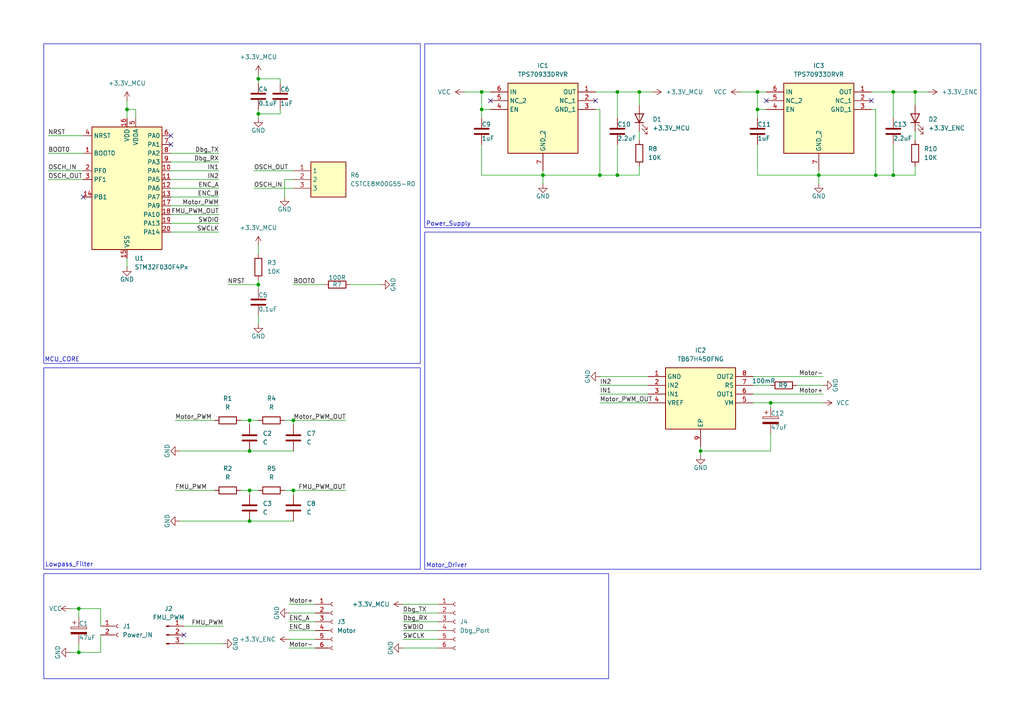
<source format=kicad_sch>
(kicad_sch (version 20231120) (generator "eeschema") (generator_version "8.0")
  (paper "A4")
  (lib_symbols
    (symbol "Connector:Conn_01x02_Socket" (pin_names (offset 1.016) hide)
      (property "Reference" "J" (at 0 2.54 0))
      (property "Value" "Conn_01x02_Socket" (at 0 -5.08 0))
      (symbol "Conn_01x02_Socket_1_1"
        (arc (start 0 -2.032) (mid -0.5058 -2.54) (end 0 -3.048) (stroke (width 0.1524)))
        (polyline (pts (xy -1.27 -2.54) (xy -0.508 -2.54)) (stroke (width 0.1524)))
        (polyline (pts (xy -1.27 0) (xy -0.508 0)) (stroke (width 0.1524)))
        (arc (start 0 0.508) (mid -0.5058 0) (end 0 -0.508) (stroke (width 0.1524)))
        (pin passive line (at -5.08 0 0) (length 3.81) (name "Pin_1") (number "1"))
        (pin passive line (at -5.08 -2.54 0) (length 3.81) (name "Pin_2") (number "2"))
      )
    )
    (symbol "Connector:Conn_01x03_Pin" (pin_names (offset 1.016) hide)
      (property "Reference" "J" (at 0 5.08 0))
      (property "Value" "Conn_01x03_Pin" (at 0 -5.08 0))
      (symbol "Conn_01x03_Pin_1_1"
        (polyline (pts (xy 1.27 -2.54) (xy 0.8636 -2.54)) (stroke (width 0.1524)))
        (polyline (pts (xy 1.27 0) (xy 0.8636 0)) (stroke (width 0.1524)))
        (polyline (pts (xy 1.27 2.54) (xy 0.8636 2.54)) (stroke (width 0.1524)))
        (rectangle (start 0.8636 -2.413) (end 0 -2.667) (stroke (width 0.1524)) (fill (type outline)))
        (rectangle (start 0.8636 0.127) (end 0 -0.127) (stroke (width 0.1524)) (fill (type outline)))
        (rectangle (start 0.8636 2.667) (end 0 2.413) (stroke (width 0.1524)) (fill (type outline)))
        (pin passive line (at 5.08 2.54 180) (length 3.81) (name "Pin_1") (number "1"))
        (pin passive line (at 5.08 0 180) (length 3.81) (name "Pin_2") (number "2"))
        (pin passive line (at 5.08 -2.54 180) (length 3.81) (name "Pin_3") (number "3"))
      )
    )
    (symbol "Connector:Conn_01x06_Socket" (pin_names (offset 1.016) hide)
      (property "Reference" "J" (at 0 7.62 0))
      (property "Value" "Conn_01x06_Socket" (at 0 -10.16 0))
      (symbol "Conn_01x06_Socket_1_1"
        (arc (start 0 -7.112) (mid -0.5058 -7.62) (end 0 -8.128) (stroke (width 0.1524)))
        (arc (start 0 -4.572) (mid -0.5058 -5.08) (end 0 -5.588) (stroke (width 0.1524)))
        (arc (start 0 -2.032) (mid -0.5058 -2.54) (end 0 -3.048) (stroke (width 0.1524)))
        (polyline (pts (xy -1.27 -7.62) (xy -0.508 -7.62)) (stroke (width 0.1524)))
        (polyline (pts (xy -1.27 -5.08) (xy -0.508 -5.08)) (stroke (width 0.1524)))
        (polyline (pts (xy -1.27 -2.54) (xy -0.508 -2.54)) (stroke (width 0.1524)))
        (polyline (pts (xy -1.27 0) (xy -0.508 0)) (stroke (width 0.1524)))
        (polyline (pts (xy -1.27 2.54) (xy -0.508 2.54)) (stroke (width 0.1524)))
        (polyline (pts (xy -1.27 5.08) (xy -0.508 5.08)) (stroke (width 0.1524)))
        (arc (start 0 0.508) (mid -0.5058 0) (end 0 -0.508) (stroke (width 0.1524)))
        (arc (start 0 3.048) (mid -0.5058 2.54) (end 0 2.032) (stroke (width 0.1524)))
        (arc (start 0 5.588) (mid -0.5058 5.08) (end 0 4.572) (stroke (width 0.1524)))
        (pin passive line (at -5.08 5.08 0) (length 3.81) (name "Pin_1") (number "1"))
        (pin passive line (at -5.08 2.54 0) (length 3.81) (name "Pin_2") (number "2"))
        (pin passive line (at -5.08 0 0) (length 3.81) (name "Pin_3") (number "3"))
        (pin passive line (at -5.08 -2.54 0) (length 3.81) (name "Pin_4") (number "4"))
        (pin passive line (at -5.08 -5.08 0) (length 3.81) (name "Pin_5") (number "5"))
        (pin passive line (at -5.08 -7.62 0) (length 3.81) (name "Pin_6") (number "6"))
      )
    )
    (symbol "Device:C" (pin_numbers hide) (pin_names (offset 0.254))
      (property "Reference" "C" (at 0.635 2.54 0))
      (property "Value" "C" (at 0.635 -2.54 0))
      (symbol "C_0_1"
        (polyline (pts (xy -2.032 -0.762) (xy 2.032 -0.762)) (stroke (width 0.508)))
        (polyline (pts (xy -2.032 0.762) (xy 2.032 0.762)) (stroke (width 0.508)))
      )
      (symbol "C_1_1"
        (pin passive line (at 0 3.81 270) (length 2.794) (name "~") (number "1"))
        (pin passive line (at 0 -3.81 90) (length 2.794) (name "~") (number "2"))
      )
    )
    (symbol "Device:C_Polarized" (pin_numbers hide) (pin_names (offset 0.254))
      (property "Reference" "C" (at 0.635 2.54 0))
      (property "Value" "C_Polarized" (at 0.635 -2.54 0))
      (symbol "C_Polarized_0_1"
        (rectangle (start -2.286 0.508) (end 2.286 1.016))
        (polyline (pts (xy -1.778 2.286) (xy -0.762 2.286)))
        (polyline (pts (xy -1.27 2.794) (xy -1.27 1.778)))
        (rectangle (start 2.286 -0.508) (end -2.286 -1.016) (fill (type outline)))
      )
      (symbol "C_Polarized_1_1"
        (pin passive line (at 0 3.81 270) (length 2.794) (name "~") (number "1"))
        (pin passive line (at 0 -3.81 90) (length 2.794) (name "~") (number "2"))
      )
    )
    (symbol "Device:LED" (pin_numbers hide) (pin_names (offset 1.016) hide)
      (property "Reference" "D" (at 0 2.54 0))
      (property "Value" "LED" (at 0 -2.54 0))
      (symbol "LED_0_1"
        (polyline (pts (xy -1.27 -1.27) (xy -1.27 1.27)) (stroke (width 0.254)))
        (polyline (pts (xy -1.27 0) (xy 1.27 0)))
        (polyline (pts (xy 1.27 -1.27) (xy 1.27 1.27) (xy -1.27 0) (xy 1.27 -1.27)) (stroke (width 0.254)))
        (polyline (pts (xy -3.048 -0.762) (xy -4.572 -2.286) (xy -3.81 -2.286) (xy -4.572 -2.286) (xy -4.572 -1.524)))
        (polyline (pts (xy -1.778 -0.762) (xy -3.302 -2.286) (xy -2.54 -2.286) (xy -3.302 -2.286) (xy -3.302 -1.524)))
      )
      (symbol "LED_1_1"
        (pin passive line (at -3.81 0 0) (length 2.54) (name "K") (number "1"))
        (pin passive line (at 3.81 0 180) (length 2.54) (name "A") (number "2"))
      )
    )
    (symbol "Device:R" (pin_numbers hide) (pin_names (offset 0))
      (property "Reference" "R" (at 2.032 0 90))
      (property "Value" "R" (at 0 0 90))
      (symbol "R_0_1"
        (rectangle (start -1.016 -2.54) (end 1.016 2.54) (stroke (width 0.254)))
      )
      (symbol "R_1_1"
        (pin passive line (at 0 3.81 270) (length 1.27) (name "~") (number "1"))
        (pin passive line (at 0 -3.81 90) (length 1.27) (name "~") (number "2"))
      )
    )
    (symbol "MCU_ST_STM32F0:STM32F030F4Px"
      (property "Reference" "U" (at -10.16 19.05 0))
      (property "Value" "STM32F030F4Px" (at 5.08 19.05 0))
      (symbol "STM32F030F4Px_0_1"
        (rectangle (start -10.16 -17.78) (end 10.16 17.78) (stroke (width 0.254)) (fill (type background)))
      )
      (symbol "STM32F030F4Px_1_1"
        (pin input line (at -12.7 10.16 0) (length 2.54) (name "BOOT0") (number "1"))
        (pin bidirectional line (at 12.7 5.08 180) (length 2.54) (name "PA4") (number "10"))
        (pin bidirectional line (at 12.7 2.54 180) (length 2.54) (name "PA5") (number "11"))
        (pin bidirectional line (at 12.7 0 180) (length 2.54) (name "PA6") (number "12"))
        (pin bidirectional line (at 12.7 -2.54 180) (length 2.54) (name "PA7") (number "13"))
        (pin bidirectional line (at -12.7 -2.54 0) (length 2.54) (name "PB1") (number "14"))
        (pin power_in line (at 0 -20.32 90) (length 2.54) (name "VSS") (number "15"))
        (pin power_in line (at 0 20.32 270) (length 2.54) (name "VDD") (number "16"))
        (pin bidirectional line (at 12.7 -5.08 180) (length 2.54) (name "PA9") (number "17"))
        (pin bidirectional line (at 12.7 -7.62 180) (length 2.54) (name "PA10") (number "18"))
        (pin bidirectional line (at 12.7 -10.16 180) (length 2.54) (name "PA13") (number "19"))
        (pin bidirectional line (at -12.7 5.08 0) (length 2.54) (name "PF0") (number "2"))
        (pin bidirectional line (at 12.7 -12.7 180) (length 2.54) (name "PA14") (number "20"))
        (pin bidirectional line (at -12.7 2.54 0) (length 2.54) (name "PF1") (number "3"))
        (pin input line (at -12.7 15.24 0) (length 2.54) (name "NRST") (number "4"))
        (pin power_in line (at 2.54 20.32 270) (length 2.54) (name "VDDA") (number "5"))
        (pin bidirectional line (at 12.7 15.24 180) (length 2.54) (name "PA0") (number "6"))
        (pin bidirectional line (at 12.7 12.7 180) (length 2.54) (name "PA1") (number "7"))
        (pin bidirectional line (at 12.7 10.16 180) (length 2.54) (name "PA2") (number "8"))
        (pin bidirectional line (at 12.7 7.62 180) (length 2.54) (name "PA3") (number "9"))
      )
    )
    (symbol "SamacSys_Parts:CSTCE8M00G55-R0"
      (property "Reference" "R" (at 16.51 7.62 0))
      (property "Value" "CSTCE8M00G55-R0" (at 16.51 5.08 0))
      (symbol "CSTCE8M00G55-R0_1_1"
        (rectangle (start 5.08 2.54) (end 15.24 -7.62) (stroke (width 0.254)) (fill (type background)))
        (pin passive line (at 0 0 0) (length 5.08) (name "1") (number "1"))
        (pin passive line (at 0 -2.54 0) (length 5.08) (name "2") (number "2"))
        (pin passive line (at 0 -5.08 0) (length 5.08) (name "3") (number "3"))
      )
    )
    (symbol "SamacSys_Parts:TB67H450FNG"
      (property "Reference" "IC" (at 26.67 7.62 0))
      (property "Value" "TB67H450FNG" (at 26.67 5.08 0))
      (symbol "TB67H450FNG_1_1"
        (rectangle (start 5.08 2.54) (end 25.4 -15.24) (stroke (width 0.254)) (fill (type background)))
        (pin passive line (at 0 0 0) (length 5.08) (name "GND") (number "1"))
        (pin passive line (at 0 -2.54 0) (length 5.08) (name "IN2") (number "2"))
        (pin passive line (at 0 -5.08 0) (length 5.08) (name "IN1") (number "3"))
        (pin passive line (at 0 -7.62 0) (length 5.08) (name "VREF") (number "4"))
        (pin passive line (at 30.48 -7.62 180) (length 5.08) (name "VM") (number "5"))
        (pin passive line (at 30.48 -5.08 180) (length 5.08) (name "OUT1") (number "6"))
        (pin passive line (at 30.48 -2.54 180) (length 5.08) (name "RS") (number "7"))
        (pin passive line (at 30.48 0 180) (length 5.08) (name "OUT2") (number "8"))
        (pin passive line (at 15.24 -20.32 90) (length 5.08) (name "EP") (number "9"))
      )
    )
    (symbol "SamacSys_Parts:TPS70933DRVR"
      (property "Reference" "IC" (at 26.67 7.62 0))
      (property "Value" "TPS70933DRVR" (at 26.67 5.08 0))
      (symbol "TPS70933DRVR_1_1"
        (rectangle (start 5.08 2.54) (end 25.4 -17.78) (stroke (width 0.254)) (fill (type background)))
        (pin passive line (at 0 0 0) (length 5.08) (name "OUT") (number "1"))
        (pin passive line (at 0 -2.54 0) (length 5.08) (name "NC_1") (number "2"))
        (pin passive line (at 0 -5.08 0) (length 5.08) (name "GND_1") (number "3"))
        (pin passive line (at 30.48 -5.08 180) (length 5.08) (name "EN") (number "4"))
        (pin passive line (at 30.48 -2.54 180) (length 5.08) (name "NC_2") (number "5"))
        (pin passive line (at 30.48 0 180) (length 5.08) (name "IN") (number "6"))
        (pin passive line (at 15.24 -22.86 90) (length 5.08) (name "GND_2") (number "7"))
      )
    )
    (symbol "power:+3.3V" (power) (pin_numbers hide) (pin_names (offset 0) hide)
      (property "Value" "+3.3V" (at 0 3.556 0))
      (symbol "+3.3V_0_1"
        (polyline (pts (xy -0.762 1.27) (xy 0 2.54)))
        (polyline (pts (xy 0 0) (xy 0 2.54)))
        (polyline (pts (xy 0 2.54) (xy 0.762 1.27)))
      )
      (symbol "+3.3V_1_1"
        (pin power_in line (at 0 0 90) (length 0) (name "~") (number "1"))
      )
    )
    (symbol "power:GND" (power) (pin_numbers hide) (pin_names (offset 0) hide)
      (property "Value" "GND" (at 0 -3.81 0))
      (symbol "GND_0_1"
        (polyline (pts (xy 0 0) (xy 0 -1.27) (xy 1.27 -1.27) (xy 0 -2.54) (xy -1.27 -1.27) (xy 0 -1.27)))
      )
      (symbol "GND_1_1"
        (pin power_in line (at 0 0 270) (length 0) (name "~") (number "1"))
      )
    )
    (symbol "power:VCC" (power) (pin_numbers hide) (pin_names (offset 0) hide)
      (property "Value" "VCC" (at 0 3.556 0))
      (symbol "VCC_0_1"
        (polyline (pts (xy -0.762 1.27) (xy 0 2.54)))
        (polyline (pts (xy 0 0) (xy 0 2.54)))
        (polyline (pts (xy 0 2.54) (xy 0.762 1.27)))
      )
      (symbol "VCC_1_1"
        (pin power_in line (at 0 0 90) (length 0) (name "~") (number "1"))
      )
    )
  )
  (junction (at 139.7 26.67))
  (junction (at 203.2 130.81))
  (junction (at 72.39 151.13))
  (junction (at 85.09 121.92))
  (junction (at 85.09 142.24))
  (junction (at 259.08 26.67))
  (junction (at 179.07 26.67))
  (junction (at 173.99 50.8))
  (junction (at 259.08 50.8))
  (junction (at 219.71 31.75))
  (junction (at 223.52 116.84))
  (junction (at 72.39 142.24))
  (junction (at 72.39 130.81))
  (junction (at 265.43 26.67))
  (junction (at 139.7 31.75))
  (junction (at 74.93 22.86))
  (junction (at 74.93 33.02))
  (junction (at 237.49 50.8))
  (junction (at 22.86 176.53))
  (junction (at 157.48 50.8))
  (junction (at 179.07 50.8))
  (junction (at 254 50.8))
  (junction (at 22.86 189.23))
  (junction (at 72.39 121.92))
  (junction (at 185.42 26.67))
  (junction (at 36.83 31.75))
  (junction (at 74.93 82.55))
  (junction (at 219.71 26.67))
  (no_connect (at 49.53 41.91))
  (no_connect (at 142.24 29.21))
  (no_connect (at 252.73 29.21))
  (no_connect (at 24.13 57.15))
  (no_connect (at 49.53 39.37))
  (no_connect (at 53.34 184.15))
  (no_connect (at 222.25 29.21))
  (no_connect (at 172.72 29.21))
  (wire (pts (xy 74.93 71.12) (xy 74.93 73.66)))
  (wire (pts (xy 173.99 109.22) (xy 187.96 109.22)))
  (wire (pts (xy 36.83 29.21) (xy 36.83 31.75)))
  (wire (pts (xy 49.53 49.53) (xy 63.5 49.53)))
  (wire (pts (xy 218.44 111.76) (xy 223.52 111.76)))
  (wire (pts (xy 157.48 50.8) (xy 139.7 50.8)))
  (wire (pts (xy 83.82 177.8) (xy 91.44 177.8)))
  (wire (pts (xy 74.93 33.02) (xy 74.93 34.29)))
  (wire (pts (xy 85.09 82.55) (xy 93.98 82.55)))
  (wire (pts (xy 218.44 116.84) (xy 223.52 116.84)))
  (wire (pts (xy 13.97 39.37) (xy 24.13 39.37)))
  (wire (pts (xy 13.97 52.07) (xy 24.13 52.07)))
  (wire (pts (xy 85.09 52.07) (xy 82.55 52.07)))
  (wire (pts (xy 22.86 186.69) (xy 22.86 189.23)))
  (wire (pts (xy 139.7 41.91) (xy 139.7 50.8)))
  (wire (pts (xy 85.09 142.24) (xy 85.09 143.51)))
  (wire (pts (xy 72.39 130.81) (xy 85.09 130.81)))
  (wire (pts (xy 72.39 151.13) (xy 85.09 151.13)))
  (wire (pts (xy 74.93 81.28) (xy 74.93 82.55)))
  (wire (pts (xy 82.55 121.92) (xy 85.09 121.92)))
  (wire (pts (xy 259.08 26.67) (xy 252.73 26.67)))
  (wire (pts (xy 265.43 48.26) (xy 265.43 50.8)))
  (wire (pts (xy 218.44 114.3) (xy 238.76 114.3)))
  (wire (pts (xy 219.71 31.75) (xy 219.71 34.29)))
  (wire (pts (xy 203.2 130.81) (xy 203.2 132.08)))
  (wire (pts (xy 179.07 26.67) (xy 172.72 26.67)))
  (wire (pts (xy 82.55 142.24) (xy 85.09 142.24)))
  (wire (pts (xy 72.39 121.92) (xy 72.39 123.19)))
  (wire (pts (xy 173.99 116.84) (xy 187.96 116.84)))
  (wire (pts (xy 74.93 22.86) (xy 74.93 24.13)))
  (wire (pts (xy 85.09 121.92) (xy 85.09 123.19)))
  (wire (pts (xy 50.8 142.24) (xy 62.23 142.24)))
  (wire (pts (xy 22.86 176.53) (xy 22.86 179.07)))
  (wire (pts (xy 219.71 26.67) (xy 222.25 26.67)))
  (wire (pts (xy 53.34 186.69) (xy 64.77 186.69)))
  (wire (pts (xy 85.09 121.92) (xy 100.33 121.92)))
  (wire (pts (xy 185.42 50.8) (xy 179.07 50.8)))
  (wire (pts (xy 157.48 50.8) (xy 157.48 53.34)))
  (wire (pts (xy 265.43 38.1) (xy 265.43 40.64)))
  (wire (pts (xy 259.08 50.8) (xy 254 50.8)))
  (wire (pts (xy 83.82 180.34) (xy 91.44 180.34)))
  (wire (pts (xy 173.99 114.3) (xy 187.96 114.3)))
  (wire (pts (xy 254 50.8) (xy 237.49 50.8)))
  (wire (pts (xy 139.7 26.67) (xy 139.7 31.75)))
  (wire (pts (xy 83.82 185.42) (xy 91.44 185.42)))
  (wire (pts (xy 219.71 26.67) (xy 219.71 31.75)))
  (wire (pts (xy 83.82 175.26) (xy 91.44 175.26)))
  (wire (pts (xy 13.97 49.53) (xy 24.13 49.53)))
  (wire (pts (xy 179.07 50.8) (xy 173.99 50.8)))
  (wire (pts (xy 265.43 26.67) (xy 259.08 26.67)))
  (wire (pts (xy 49.53 52.07) (xy 63.5 52.07)))
  (wire (pts (xy 74.93 82.55) (xy 74.93 83.82)))
  (wire (pts (xy 72.39 142.24) (xy 72.39 143.51)))
  (wire (pts (xy 73.66 49.53) (xy 85.09 49.53)))
  (wire (pts (xy 231.14 111.76) (xy 238.76 111.76)))
  (wire (pts (xy 214.63 26.67) (xy 219.71 26.67)))
  (wire (pts (xy 49.53 54.61) (xy 63.5 54.61)))
  (wire (pts (xy 81.28 33.02) (xy 81.28 31.75)))
  (wire (pts (xy 53.34 181.61) (xy 64.77 181.61)))
  (wire (pts (xy 74.93 33.02) (xy 81.28 33.02)))
  (wire (pts (xy 52.07 130.81) (xy 72.39 130.81)))
  (wire (pts (xy 223.52 125.73) (xy 223.52 130.81)))
  (wire (pts (xy 223.52 116.84) (xy 238.76 116.84)))
  (wire (pts (xy 20.32 176.53) (xy 22.86 176.53)))
  (wire (pts (xy 173.99 111.76) (xy 187.96 111.76)))
  (wire (pts (xy 29.21 181.61) (xy 29.21 176.53)))
  (wire (pts (xy 139.7 31.75) (xy 142.24 31.75)))
  (wire (pts (xy 36.83 31.75) (xy 39.37 31.75)))
  (wire (pts (xy 69.85 121.92) (xy 72.39 121.92)))
  (wire (pts (xy 81.28 24.13) (xy 81.28 22.86)))
  (wire (pts (xy 36.83 31.75) (xy 36.83 34.29)))
  (wire (pts (xy 223.52 130.81) (xy 203.2 130.81)))
  (wire (pts (xy 173.99 31.75) (xy 173.99 50.8)))
  (wire (pts (xy 219.71 31.75) (xy 222.25 31.75)))
  (wire (pts (xy 39.37 31.75) (xy 39.37 34.29)))
  (wire (pts (xy 172.72 31.75) (xy 173.99 31.75)))
  (wire (pts (xy 82.55 52.07) (xy 82.55 57.15)))
  (wire (pts (xy 179.07 41.91) (xy 179.07 50.8)))
  (wire (pts (xy 116.84 185.42) (xy 127 185.42)))
  (wire (pts (xy 66.04 82.55) (xy 74.93 82.55)))
  (wire (pts (xy 29.21 184.15) (xy 29.21 189.23)))
  (wire (pts (xy 185.42 26.67) (xy 185.42 30.48)))
  (wire (pts (xy 173.99 50.8) (xy 157.48 50.8)))
  (wire (pts (xy 36.83 74.93) (xy 36.83 77.47)))
  (wire (pts (xy 237.49 50.8) (xy 219.71 50.8)))
  (wire (pts (xy 203.2 130.81) (xy 203.2 129.54)))
  (wire (pts (xy 185.42 48.26) (xy 185.42 50.8)))
  (wire (pts (xy 69.85 142.24) (xy 72.39 142.24)))
  (wire (pts (xy 49.53 67.31) (xy 63.5 67.31)))
  (wire (pts (xy 74.93 91.44) (xy 74.93 93.98)))
  (wire (pts (xy 22.86 189.23) (xy 29.21 189.23)))
  (wire (pts (xy 49.53 64.77) (xy 63.5 64.77)))
  (wire (pts (xy 116.84 180.34) (xy 127 180.34)))
  (wire (pts (xy 22.86 189.23) (xy 20.32 189.23)))
  (wire (pts (xy 101.6 82.55) (xy 110.49 82.55)))
  (wire (pts (xy 52.07 151.13) (xy 72.39 151.13)))
  (wire (pts (xy 139.7 31.75) (xy 139.7 34.29)))
  (wire (pts (xy 237.49 49.53) (xy 237.49 50.8)))
  (wire (pts (xy 72.39 142.24) (xy 74.93 142.24)))
  (wire (pts (xy 219.71 41.91) (xy 219.71 50.8)))
  (wire (pts (xy 185.42 26.67) (xy 179.07 26.67)))
  (wire (pts (xy 49.53 46.99) (xy 63.5 46.99)))
  (wire (pts (xy 49.53 44.45) (xy 63.5 44.45)))
  (wire (pts (xy 259.08 41.91) (xy 259.08 50.8)))
  (wire (pts (xy 116.84 175.26) (xy 127 175.26)))
  (wire (pts (xy 73.66 54.61) (xy 85.09 54.61)))
  (wire (pts (xy 50.8 121.92) (xy 62.23 121.92)))
  (wire (pts (xy 259.08 26.67) (xy 259.08 34.29)))
  (wire (pts (xy 223.52 116.84) (xy 223.52 118.11)))
  (wire (pts (xy 116.84 182.88) (xy 127 182.88)))
  (wire (pts (xy 13.97 44.45) (xy 24.13 44.45)))
  (wire (pts (xy 116.84 187.96) (xy 127 187.96)))
  (wire (pts (xy 252.73 31.75) (xy 254 31.75)))
  (wire (pts (xy 265.43 50.8) (xy 259.08 50.8)))
  (wire (pts (xy 83.82 187.96) (xy 91.44 187.96)))
  (wire (pts (xy 265.43 26.67) (xy 265.43 30.48)))
  (wire (pts (xy 116.84 177.8) (xy 127 177.8)))
  (wire (pts (xy 179.07 26.67) (xy 179.07 34.29)))
  (wire (pts (xy 185.42 38.1) (xy 185.42 40.64)))
  (wire (pts (xy 74.93 21.59) (xy 74.93 22.86)))
  (wire (pts (xy 81.28 22.86) (xy 74.93 22.86)))
  (wire (pts (xy 134.62 26.67) (xy 139.7 26.67)))
  (wire (pts (xy 85.09 142.24) (xy 100.33 142.24)))
  (wire (pts (xy 49.53 59.69) (xy 63.5 59.69)))
  (wire (pts (xy 83.82 182.88) (xy 91.44 182.88)))
  (wire (pts (xy 74.93 31.75) (xy 74.93 33.02)))
  (wire (pts (xy 237.49 50.8) (xy 237.49 53.34)))
  (wire (pts (xy 265.43 26.67) (xy 269.24 26.67)))
  (wire (pts (xy 254 31.75) (xy 254 50.8)))
  (wire (pts (xy 218.44 109.22) (xy 238.76 109.22)))
  (wire (pts (xy 157.48 49.53) (xy 157.48 50.8)))
  (wire (pts (xy 49.53 57.15) (xy 63.5 57.15)))
  (wire (pts (xy 72.39 121.92) (xy 74.93 121.92)))
  (wire (pts (xy 49.53 62.23) (xy 63.5 62.23)))
  (wire (pts (xy 22.86 176.53) (xy 29.21 176.53)))
  (wire (pts (xy 185.42 26.67) (xy 189.23 26.67)))
  (wire (pts (xy 139.7 26.67) (xy 142.24 26.67)))
  (rectangle (start 123.19 12.7) (end 284.48 66.04))
  (rectangle (start 12.7 166.37) (end 176.53 196.85))
  (rectangle (start 123.19 67.31) (end 284.48 165.1))
  (rectangle (start 12.7 106.68) (end 121.92 165.1))
  (rectangle (start 12.7 12.7) (end 121.92 105.41))
  (text "MCU_CORE" (at 18.034 104.394 0) (effects (font (size 1.27 1.27))))
  (text "Lowpass_Filter" (at 20.066 163.83 0) (effects (font (size 1.27 1.27))))
  (text "Motor_Driver" (at 129.54 164.084 0) (effects (font (size 1.27 1.27))))
  (text "Power_Supply" (at 130.048 65.024 0) (effects (font (size 1.27 1.27))))
  (label "SWCLK" (at 63.5 67.31 180))
  (label "Motor_PWM_OUT" (at 173.99 116.84 0))
  (label "Motor-" (at 83.82 187.96 0))
  (label "NRST" (at 66.04 82.55 0))
  (label "IN2" (at 173.99 111.76 0))
  (label "Motor_PWM_OUT" (at 100.33 121.92 180))
  (label "NRST" (at 13.97 39.37 0))
  (label "BOOT0" (at 85.09 82.55 0))
  (label "Dbg_RX" (at 116.84 180.34 0))
  (label "Dbg_RX" (at 63.5 46.99 180))
  (label "Motor-" (at 238.76 109.22 180))
  (label "Motor_PWM" (at 63.5 59.69 180))
  (label "FMU_PWM_OUT" (at 63.5 62.23 180))
  (label "SWDIO" (at 116.84 182.88 0))
  (label "ENC_B" (at 63.5 57.15 180))
  (label "SWDIO" (at 63.5 64.77 180))
  (label "IN1" (at 173.99 114.3 0))
  (label "Motor_PWM" (at 50.8 121.92 0))
  (label "IN2" (at 63.5 52.07 180))
  (label "IN1" (at 63.5 49.53 180))
  (label "Dbg_TX" (at 63.5 44.45 180))
  (label "SWCLK" (at 116.84 185.42 0))
  (label "ENC_A" (at 83.82 180.34 0))
  (label "Dbg_TX" (at 116.84 177.8 0))
  (label "FMU_PWM_OUT" (at 100.33 142.24 180))
  (label "FMU_PWM" (at 50.8 142.24 0))
  (label "FMU_PWM" (at 64.77 181.61 180))
  (label "OSCH_IN" (at 13.97 49.53 0))
  (label "BOOT0" (at 13.97 44.45 0))
  (label "ENC_A" (at 63.5 54.61 180))
  (label "OSCH_IN" (at 73.66 54.61 0))
  (label "OSCH_OUT" (at 73.66 49.53 0))
  (label "Motor+" (at 238.76 114.3 180))
  (label "OSCH_OUT" (at 13.97 52.07 0))
  (label "ENC_B" (at 83.82 182.88 0))
  (label "Motor+" (at 83.82 175.26 0))
  (symbol (lib_id "Device:R") (at 227.33 111.76 90) (unit 1)
    (property "Reference" "R9" (at 227.076 111.76 90))
    (property "Value" "100mR" (at 221.488 110.49 90))
    (property "Footprint" "Resistor_SMD:R_1206_3216Metric" (effects (hide yes)))
    (property "Description" "Resistor" (effects (hide yes)))
  )
  (symbol (lib_id "power:GND") (at 83.82 177.8 270) (unit 1)
    (property "Reference" "#PWR014" (effects (hide yes)))
    (property "Value" "GND" (at 80.264 177.8 0))
    (property "Description" "Power symbol creates a global label with name \"GND\" , ground" (effects (hide yes)))
  )
  (symbol (lib_id "power:+3.3V") (at 189.23 26.67 270) (unit 1)
    (property "Reference" "#PWR021" (effects (hide yes)))
    (property "Value" "+3.3V_MCU" (at 193.04 26.6699 90) (effects (justify left)))
    (property "Description" "Power symbol creates a global label with name \"+3.3V\"" (effects (hide yes)))
  )
  (symbol (lib_id "power:GND") (at 74.93 93.98 0) (unit 1)
    (property "Reference" "#PWR011" (effects (hide yes)))
    (property "Value" "GND" (at 74.93 97.536 0))
    (property "Description" "Power symbol creates a global label with name \"GND\" , ground" (effects (hide yes)))
  )
  (symbol (lib_id "power:VCC") (at 20.32 176.53 90) (unit 1)
    (property "Reference" "#PWR01" (effects (hide yes)))
    (property "Value" "VCC" (at 18.034 176.53 90) (effects (justify left)))
    (property "Description" "Power symbol creates a global label with name \"VCC\"" (effects (hide yes)))
  )
  (symbol (lib_id "power:+3.3V") (at 269.24 26.67 270) (unit 1)
    (property "Reference" "#PWR027" (effects (hide yes)))
    (property "Value" "+3.3V_ENC" (at 273.05 26.6699 90) (effects (justify left)))
    (property "Description" "Power symbol creates a global label with name \"+3.3V\"" (effects (hide yes)))
  )
  (symbol (lib_id "power:GND") (at 116.84 187.96 270) (unit 1)
    (property "Reference" "#PWR017" (effects (hide yes)))
    (property "Value" "GND" (at 113.284 187.96 0))
    (property "Description" "Power symbol creates a global label with name \"GND\" , ground" (effects (hide yes)))
  )
  (symbol (lib_id "SamacSys_Parts:TPS70933DRVR") (at 172.72 26.67 0) (mirror y) (unit 1)
    (property "Reference" "IC1" (at 157.48 19.05 0))
    (property "Value" "TPS70933DRVR" (at 157.48 21.59 0))
    (property "Footprint" "SON65P200X200X80-7N" (effects (hide yes)))
    (property "Datasheet" "http://www.ti.com/lit/gpn/tps709" (effects (hide yes)))
    (property "Description" "150-mA 30-V ultra-low-Iq wide-input low-dropout (LDO) regulator with reverse current protection" (effects (hide yes)))
    (property "Height" "0.8" (effects (hide yes)))
    (property "Manufacturer_Name" "Texas Instruments" (effects (hide yes)))
    (property "Manufacturer_Part_Number" "TPS70933DRVR" (effects (hide yes)))
    (property "Mouser Part Number" "595-TPS70933DRVR" (effects (hide yes)))
    (property "Mouser Price/Stock" "https://www.mouser.co.uk/ProductDetail/Texas-Instruments/TPS70933DRVR?qs=R0RaSr%2FznUQFEcQCz0C0iw%3D%3D" (effects (hide yes)))
    (property "Arrow Part Number" "TPS70933DRVR" (effects (hide yes)))
    (property "Arrow Price/Stock" "https://www.arrow.com/en/products/tps70933drvr/texas-instruments?utm_currency=USD&region=nac" (effects (hide yes)))
  )
  (symbol (lib_id "Device:R") (at 78.74 121.92 90) (unit 1)
    (property "Reference" "R4" (at 78.74 115.57 90))
    (property "Value" "R" (at 78.74 118.11 90))
    (property "Footprint" "Resistor_SMD:R_0603_1608Metric" (effects (hide yes)))
    (property "Description" "Resistor" (effects (hide yes)))
  )
  (symbol (lib_id "Device:LED") (at 265.43 34.29 90) (unit 1)
    (property "Reference" "D2" (at 269.24 34.6074 90) (effects (justify right)))
    (property "Value" "+3.3V_ENC" (at 269.24 37.1474 90) (effects (justify right)))
    (property "Footprint" "LED_SMD:LED_0603_1608Metric" (effects (hide yes)))
    (property "Description" "Light emitting diode" (effects (hide yes)))
  )
  (symbol (lib_id "Device:C") (at 81.28 27.94 0) (unit 1)
    (property "Reference" "C6" (at 81.28 25.908 0) (effects (justify left)))
    (property "Value" "1uF" (at 81.28 29.972 0) (effects (justify left)))
    (property "Footprint" "Capacitor_SMD:C_0603_1608Metric" (effects (hide yes)))
    (property "Description" "Unpolarized capacitor" (effects (hide yes)))
  )
  (symbol (lib_id "Device:C") (at 74.93 27.94 0) (unit 1)
    (property "Reference" "C4" (at 74.93 25.908 0) (effects (justify left)))
    (property "Value" "0.1uF" (at 74.93 29.972 0) (effects (justify left)))
    (property "Footprint" "Capacitor_SMD:C_0603_1608Metric" (effects (hide yes)))
    (property "Description" "Unpolarized capacitor" (effects (hide yes)))
  )
  (symbol (lib_id "Device:C_Polarized") (at 22.86 182.88 0) (unit 1)
    (property "Reference" "C1" (at 22.86 180.848 0) (effects (justify left)))
    (property "Value" "47uF" (at 22.86 184.912 0) (effects (justify left)))
    (property "Footprint" "SamacSys_Parts:CAPPM3528X210N" (effects (hide yes)))
    (property "Description" "Polarized capacitor" (effects (hide yes)))
  )
  (symbol (lib_id "power:GND") (at 36.83 77.47 0) (unit 1)
    (property "Reference" "#PWR04" (effects (hide yes)))
    (property "Value" "GND" (at 36.83 81.026 0))
    (property "Description" "Power symbol creates a global label with name \"GND\" , ground" (effects (hide yes)))
  )
  (symbol (lib_id "power:+3.3V") (at 83.82 185.42 90) (unit 1)
    (property "Reference" "#PWR013" (effects (hide yes)))
    (property "Value" "+3.3V_ENC" (at 80.01 185.4199 90) (effects (justify left)))
    (property "Description" "Power symbol creates a global label with name \"+3.3V\"" (effects (hide yes)))
  )
  (symbol (lib_id "Device:R") (at 74.93 77.47 180) (unit 1)
    (property "Reference" "R3" (at 77.47 76.1999 0) (effects (justify right)))
    (property "Value" "10K" (at 77.47 78.7399 0) (effects (justify right)))
    (property "Footprint" "Resistor_SMD:R_0603_1608Metric" (effects (hide yes)))
    (property "Description" "Resistor" (effects (hide yes)))
  )
  (symbol (lib_id "Device:C") (at 219.71 38.1 0) (unit 1)
    (property "Reference" "C11" (at 219.71 36.068 0) (effects (justify left)))
    (property "Value" "1uF" (at 219.71 40.132 0) (effects (justify left)))
    (property "Footprint" "Capacitor_SMD:C_0603_1608Metric" (effects (hide yes)))
    (property "Description" "Unpolarized capacitor" (effects (hide yes)))
  )
  (symbol (lib_id "MCU_ST_STM32F0:STM32F030F4Px") (at 36.83 54.61 0) (unit 1)
    (property "Reference" "U1" (at 39.0241 74.93 0) (effects (justify left)))
    (property "Value" "STM32F030F4Px" (at 39.0241 77.47 0) (effects (justify left)))
    (property "Footprint" "Package_SO:TSSOP-20_4.4x6.5mm_P0.65mm" (effects (hide yes)))
    (property "Datasheet" "https://www.st.com/resource/en/datasheet/stm32f030f4.pdf" (effects (hide yes)))
    (property "Description" "STMicroelectronics Arm Cortex-M0 MCU, 16KB flash, 4KB RAM, 48 MHz, 2.4-3.6V, 15 GPIO, TSSOP20" (effects (hide yes)))
  )
  (symbol (lib_id "power:GND") (at 157.48 53.34 0) (unit 1)
    (property "Reference" "#PWR019" (effects (hide yes)))
    (property "Value" "GND" (at 157.48 56.896 0))
    (property "Description" "Power symbol creates a global label with name \"GND\" , ground" (effects (hide yes)))
  )
  (symbol (lib_id "Device:C") (at 259.08 38.1 0) (unit 1)
    (property "Reference" "C13" (at 259.08 36.068 0) (effects (justify left)))
    (property "Value" "2.2uF" (at 259.08 40.132 0) (effects (justify left)))
    (property "Footprint" "Capacitor_SMD:C_0603_1608Metric" (effects (hide yes)))
    (property "Description" "Unpolarized capacitor" (effects (hide yes)))
  )
  (symbol (lib_id "power:+3.3V") (at 36.83 29.21 0) (unit 1)
    (property "Reference" "#PWR03" (effects (hide yes)))
    (property "Value" "+3.3V_MCU" (at 36.83 24.13 0))
    (property "Description" "Power symbol creates a global label with name \"+3.3V\"" (effects (hide yes)))
  )
  (symbol (lib_id "power:GND") (at 82.55 57.15 0) (unit 1)
    (property "Reference" "#PWR012" (effects (hide yes)))
    (property "Value" "GND" (at 82.55 60.706 0))
    (property "Description" "Power symbol creates a global label with name \"GND\" , ground" (effects (hide yes)))
  )
  (symbol (lib_id "power:GND") (at 64.77 186.69 90) (unit 1)
    (property "Reference" "#PWR07" (effects (hide yes)))
    (property "Value" "GND" (at 68.326 186.69 0))
    (property "Description" "Power symbol creates a global label with name \"GND\" , ground" (effects (hide yes)))
  )
  (symbol (lib_id "power:GND") (at 237.49 53.34 0) (unit 1)
    (property "Reference" "#PWR024" (effects (hide yes)))
    (property "Value" "GND" (at 237.49 56.896 0))
    (property "Description" "Power symbol creates a global label with name \"GND\" , ground" (effects (hide yes)))
  )
  (symbol (lib_id "power:VCC") (at 238.76 116.84 270) (unit 1)
    (property "Reference" "#PWR026" (effects (hide yes)))
    (property "Value" "VCC" (at 242.57 116.8399 90) (effects (justify left)))
    (property "Description" "Power symbol creates a global label with name \"VCC\"" (effects (hide yes)))
  )
  (symbol (lib_id "Device:C") (at 74.93 87.63 0) (unit 1)
    (property "Reference" "C5" (at 74.93 85.598 0) (effects (justify left)))
    (property "Value" "0.1uF" (at 74.93 89.662 0) (effects (justify left)))
    (property "Footprint" "Capacitor_SMD:C_0603_1608Metric" (effects (hide yes)))
    (property "Description" "Unpolarized capacitor" (effects (hide yes)))
  )
  (symbol (lib_id "Device:C") (at 72.39 147.32 0) (unit 1)
    (property "Reference" "C3" (at 76.2 146.0499 0) (effects (justify left)))
    (property "Value" "C" (at 76.2 148.5899 0) (effects (justify left)))
    (property "Footprint" "Capacitor_SMD:C_0603_1608Metric" (effects (hide yes)))
    (property "Description" "Unpolarized capacitor" (effects (hide yes)))
  )
  (symbol (lib_id "Device:C") (at 139.7 38.1 0) (unit 1)
    (property "Reference" "C9" (at 139.7 36.068 0) (effects (justify left)))
    (property "Value" "1uF" (at 139.7 40.132 0) (effects (justify left)))
    (property "Footprint" "Capacitor_SMD:C_0603_1608Metric" (effects (hide yes)))
    (property "Description" "Unpolarized capacitor" (effects (hide yes)))
  )
  (symbol (lib_id "Device:LED") (at 185.42 34.29 90) (unit 1)
    (property "Reference" "D1" (at 189.23 34.6074 90) (effects (justify right)))
    (property "Value" "+3.3V_MCU" (at 189.23 37.1474 90) (effects (justify right)))
    (property "Footprint" "LED_SMD:LED_0603_1608Metric" (effects (hide yes)))
    (property "Description" "Light emitting diode" (effects (hide yes)))
  )
  (symbol (lib_id "Connector:Conn_01x03_Pin") (at 48.26 184.15 0) (unit 1)
    (property "Reference" "J2" (at 48.895 176.53 0))
    (property "Value" "FMU_PWM" (at 48.895 179.07 0))
    (property "Footprint" "Connector_PinHeader_2.54mm:PinHeader_1x03_P2.54mm_Vertical" (effects (hide yes)))
    (property "Description" "Generic connector, single row, 01x03, script generated" (effects (hide yes)))
  )
  (symbol (lib_id "Device:C") (at 85.09 127 0) (unit 1)
    (property "Reference" "C7" (at 88.9 125.7299 0) (effects (justify left)))
    (property "Value" "C" (at 88.9 128.2699 0) (effects (justify left)))
    (property "Footprint" "Capacitor_SMD:C_0603_1608Metric" (effects (hide yes)))
    (property "Description" "Unpolarized capacitor" (effects (hide yes)))
  )
  (symbol (lib_id "Device:R") (at 66.04 142.24 90) (unit 1)
    (property "Reference" "R2" (at 66.04 135.89 90))
    (property "Value" "R" (at 66.04 138.43 90))
    (property "Footprint" "Resistor_SMD:R_0603_1608Metric" (effects (hide yes)))
    (property "Description" "Resistor" (effects (hide yes)))
  )
  (symbol (lib_id "SamacSys_Parts:CSTCE8M00G55-R0") (at 85.09 49.53 0) (unit 1)
    (property "Reference" "R6" (at 101.6 50.7999 0) (effects (justify left)))
    (property "Value" "CSTCE8M00G55-R0" (at 101.6 53.3399 0) (effects (justify left)))
    (property "Footprint" "CSTCE12M0G55-R0" (effects (hide yes)))
    (property "Datasheet" "http://www.murata.com/en-eu/api/pdfdownloadapi?cate=&partno=CSTCE8M00G55-R0" (effects (hide yes)))
    (property "Description" "SMT ceramic resonator 8.0MHz CSTCE8M00G55-R0, Ceramic Resonator, 8MHz Fundamental 33pF, 3-Pin Cap Chip, 3.2 x 1.3 x 0.7mm" (effects (hide yes)))
    (property "Manufacturer_Name" "Murata Electronics" (effects (hide yes)))
    (property "Manufacturer_Part_Number" "CSTCE8M00G55-R0" (effects (hide yes)))
    (property "Mouser Part Number" "81-CSTCE8M00G55-R0" (effects (hide yes)))
    (property "Mouser Price/Stock" "https://www.mouser.co.uk/ProductDetail/Murata-Electronics/CSTCE8M00G55-R0?qs=eoDEeL6nyORcaHhGM345mw%3D%3D" (effects (hide yes)))
    (property "Arrow Part Number" "CSTCE8M00G55-R0" (effects (hide yes)))
    (property "Arrow Price/Stock" "https://www.arrow.com/en/products/cstce8m00g55-r0/murata-manufacturing" (effects (hide yes)))
  )
  (symbol (lib_id "Device:C") (at 179.07 38.1 0) (unit 1)
    (property "Reference" "C10" (at 179.07 36.068 0) (effects (justify left)))
    (property "Value" "2.2uF" (at 179.07 40.132 0) (effects (justify left)))
    (property "Footprint" "Capacitor_SMD:C_0603_1608Metric" (effects (hide yes)))
    (property "Description" "Unpolarized capacitor" (effects (hide yes)))
  )
  (symbol (lib_id "power:GND") (at 52.07 151.13 270) (unit 1)
    (property "Reference" "#PWR06" (effects (hide yes)))
    (property "Value" "GND" (at 48.514 151.13 0))
    (property "Description" "Power symbol creates a global label with name \"GND\" , ground" (effects (hide yes)))
  )
  (symbol (lib_id "power:VCC") (at 134.62 26.67 90) (unit 1)
    (property "Reference" "#PWR018" (effects (hide yes)))
    (property "Value" "VCC" (at 130.81 26.6699 90) (effects (justify left)))
    (property "Description" "Power symbol creates a global label with name \"VCC\"" (effects (hide yes)))
  )
  (symbol (lib_id "power:GND") (at 20.32 189.23 270) (unit 1)
    (property "Reference" "#PWR02" (effects (hide yes)))
    (property "Value" "GND" (at 16.764 189.23 0))
    (property "Description" "Power symbol creates a global label with name \"GND\" , ground" (effects (hide yes)))
  )
  (symbol (lib_id "Connector:Conn_01x06_Socket") (at 132.08 180.34 0) (unit 1)
    (property "Reference" "J4" (at 133.35 180.3399 0) (effects (justify left)))
    (property "Value" "Dbg_Port" (at 133.35 182.8799 0) (effects (justify left)))
    (property "Description" "Generic connector, single row, 01x06, script generated" (effects (hide yes)))
  )
  (symbol (lib_id "SamacSys_Parts:TPS70933DRVR") (at 252.73 26.67 0) (mirror y) (unit 1)
    (property "Reference" "IC3" (at 237.49 19.05 0))
    (property "Value" "TPS70933DRVR" (at 237.49 21.59 0))
    (property "Footprint" "SON65P200X200X80-7N" (effects (hide yes)))
    (property "Datasheet" "http://www.ti.com/lit/gpn/tps709" (effects (hide yes)))
    (property "Description" "150-mA 30-V ultra-low-Iq wide-input low-dropout (LDO) regulator with reverse current protection" (effects (hide yes)))
    (property "Height" "0.8" (effects (hide yes)))
    (property "Manufacturer_Name" "Texas Instruments" (effects (hide yes)))
    (property "Manufacturer_Part_Number" "TPS70933DRVR" (effects (hide yes)))
    (property "Mouser Part Number" "595-TPS70933DRVR" (effects (hide yes)))
    (property "Mouser Price/Stock" "https://www.mouser.co.uk/ProductDetail/Texas-Instruments/TPS70933DRVR?qs=R0RaSr%2FznUQFEcQCz0C0iw%3D%3D" (effects (hide yes)))
    (property "Arrow Part Number" "TPS70933DRVR" (effects (hide yes)))
    (property "Arrow Price/Stock" "https://www.arrow.com/en/products/tps70933drvr/texas-instruments?utm_currency=USD&region=nac" (effects (hide yes)))
  )
  (symbol (lib_id "power:VCC") (at 214.63 26.67 90) (unit 1)
    (property "Reference" "#PWR023" (effects (hide yes)))
    (property "Value" "VCC" (at 210.82 26.6699 90) (effects (justify left)))
    (property "Description" "Power symbol creates a global label with name \"VCC\"" (effects (hide yes)))
  )
  (symbol (lib_id "Device:C_Polarized") (at 223.52 121.92 0) (unit 1)
    (property "Reference" "C12" (at 223.52 119.888 0) (effects (justify left)))
    (property "Value" "47uF" (at 223.52 123.952 0) (effects (justify left)))
    (property "Footprint" "SamacSys_Parts:CAPPM3528X210N" (effects (hide yes)))
    (property "Description" "Polarized capacitor" (effects (hide yes)))
  )
  (symbol (lib_id "Connector:Conn_01x06_Socket") (at 96.52 180.34 0) (unit 1)
    (property "Reference" "J3" (at 97.79 180.3399 0) (effects (justify left)))
    (property "Value" "Motor" (at 97.79 182.8799 0) (effects (justify left)))
    (property "Footprint" "Connector_PinHeader_2.54mm:PinHeader_1x06_P2.54mm_Vertical" (effects (hide yes)))
    (property "Description" "Generic connector, single row, 01x06, script generated" (effects (hide yes)))
  )
  (symbol (lib_id "power:GND") (at 110.49 82.55 90) (unit 1)
    (property "Reference" "#PWR015" (effects (hide yes)))
    (property "Value" "GND" (at 114.046 82.55 0))
    (property "Description" "Power symbol creates a global label with name \"GND\" , ground" (effects (hide yes)))
  )
  (symbol (lib_id "power:GND") (at 173.99 109.22 270) (unit 1)
    (property "Reference" "#PWR020" (effects (hide yes)))
    (property "Value" "GND" (at 170.434 109.22 0))
    (property "Description" "Power symbol creates a global label with name \"GND\" , ground" (effects (hide yes)))
  )
  (symbol (lib_id "Device:R") (at 97.79 82.55 270) (unit 1)
    (property "Reference" "R7" (at 97.79 82.55 90))
    (property "Value" "100R" (at 97.79 80.518 90))
    (property "Footprint" "Resistor_SMD:R_0603_1608Metric" (effects (hide yes)))
    (property "Description" "Resistor" (effects (hide yes)))
  )
  (symbol (lib_id "power:+3.3V") (at 116.84 175.26 90) (unit 1)
    (property "Reference" "#PWR016" (effects (hide yes)))
    (property "Value" "+3.3V_MCU" (at 113.03 175.2599 90) (effects (justify left)))
    (property "Description" "Power symbol creates a global label with name \"+3.3V\"" (effects (hide yes)))
  )
  (symbol (lib_id "SamacSys_Parts:TB67H450FNG") (at 187.96 109.22 0) (unit 1)
    (property "Reference" "IC2" (at 203.2 101.6 0))
    (property "Value" "TB67H450FNG" (at 203.2 104.14 0))
    (property "Footprint" "SOIC127P600X175-9N" (effects (hide yes)))
    (property "Datasheet" "https://toshiba.semicon-storage.com/info/TB67H450FNG_datasheet_en_20201126.pdf?did=65346&prodName=TB67H450FNG" (effects (hide yes)))
    (property "Description" "Motor/Motion/Ignition Controllers & Drivers" (effects (hide yes)))
    (property "Height" "1.75" (effects (hide yes)))
    (property "Manufacturer_Name" "Toshiba" (effects (hide yes)))
    (property "Manufacturer_Part_Number" "TB67H450FNG" (effects (hide yes)))
    (property "Mouser Part Number" "N/A" (effects (hide yes)))
    (property "Mouser Price/Stock" "https://www.mouser.co.uk/ProductDetail/Toshiba/TB67H450FNG?qs=By6Nw2ByBD17Bb%252BCG1tHeQ%3D%3D" (effects (hide yes)))
  )
  (symbol (lib_id "Device:R") (at 66.04 121.92 90) (unit 1)
    (property "Reference" "R1" (at 66.04 115.57 90))
    (property "Value" "R" (at 66.04 118.11 90))
    (property "Footprint" "Resistor_SMD:R_0603_1608Metric" (effects (hide yes)))
    (property "Description" "Resistor" (effects (hide yes)))
  )
  (symbol (lib_id "Device:C") (at 72.39 127 0) (unit 1)
    (property "Reference" "C2" (at 76.2 125.7299 0) (effects (justify left)))
    (property "Value" "C" (at 76.2 128.2699 0) (effects (justify left)))
    (property "Footprint" "Capacitor_SMD:C_0603_1608Metric" (effects (hide yes)))
    (property "Description" "Unpolarized capacitor" (effects (hide yes)))
  )
  (symbol (lib_id "Device:R") (at 78.74 142.24 90) (unit 1)
    (property "Reference" "R5" (at 78.74 135.89 90))
    (property "Value" "R" (at 78.74 138.43 90))
    (property "Footprint" "Resistor_SMD:R_0603_1608Metric" (effects (hide yes)))
    (property "Description" "Resistor" (effects (hide yes)))
  )
  (symbol (lib_id "power:GND") (at 203.2 132.08 0) (unit 1)
    (property "Reference" "#PWR022" (effects (hide yes)))
    (property "Value" "GND" (at 203.2 135.636 0))
    (property "Description" "Power symbol creates a global label with name \"GND\" , ground" (effects (hide yes)))
  )
  (symbol (lib_id "Device:C") (at 85.09 147.32 0) (unit 1)
    (property "Reference" "C8" (at 88.9 146.0499 0) (effects (justify left)))
    (property "Value" "C" (at 88.9 148.5899 0) (effects (justify left)))
    (property "Footprint" "Capacitor_SMD:C_0603_1608Metric" (effects (hide yes)))
    (property "Description" "Unpolarized capacitor" (effects (hide yes)))
  )
  (symbol (lib_id "power:GND") (at 74.93 34.29 0) (unit 1)
    (property "Reference" "#PWR09" (effects (hide yes)))
    (property "Value" "GND" (at 74.93 37.846 0))
    (property "Description" "Power symbol creates a global label with name \"GND\" , ground" (effects (hide yes)))
  )
  (symbol (lib_id "power:GND") (at 52.07 130.81 270) (unit 1)
    (property "Reference" "#PWR05" (effects (hide yes)))
    (property "Value" "GND" (at 48.514 130.81 0))
    (property "Description" "Power symbol creates a global label with name \"GND\" , ground" (effects (hide yes)))
  )
  (symbol (lib_id "Connector:Conn_01x02_Socket") (at 34.29 181.61 0) (unit 1)
    (property "Reference" "J1" (at 35.56 181.6099 0) (effects (justify left)))
    (property "Value" "Power_IN" (at 35.56 184.1499 0) (effects (justify left)))
    (property "Footprint" "Connector_PinHeader_2.54mm:PinHeader_1x02_P2.54mm_Vertical" (effects (hide yes)))
    (property "Description" "Generic connector, single row, 01x02, script generated" (effects (hide yes)))
  )
  (symbol (lib_id "power:+3.3V") (at 74.93 21.59 0) (unit 1)
    (property "Reference" "#PWR08" (effects (hide yes)))
    (property "Value" "+3.3V_MCU" (at 74.93 16.51 0))
    (property "Description" "Power symbol creates a global label with name \"+3.3V\"" (effects (hide yes)))
  )
  (symbol (lib_id "Device:R") (at 265.43 44.45 180) (unit 1)
    (property "Reference" "R10" (at 267.97 43.1799 0) (effects (justify right)))
    (property "Value" "10K" (at 267.97 45.7199 0) (effects (justify right)))
    (property "Footprint" "Resistor_SMD:R_0603_1608Metric" (effects (hide yes)))
    (property "Description" "Resistor" (effects (hide yes)))
  )
  (symbol (lib_id "power:+3.3V") (at 74.93 71.12 0) (unit 1)
    (property "Reference" "#PWR010" (effects (hide yes)))
    (property "Value" "+3.3V_MCU" (at 74.93 66.04 0))
    (property "Description" "Power symbol creates a global label with name \"+3.3V\"" (effects (hide yes)))
  )
  (symbol (lib_id "power:GND") (at 238.76 111.76 90) (unit 1)
    (property "Reference" "#PWR025" (effects (hide yes)))
    (property "Value" "GND" (at 242.316 111.76 0))
    (property "Description" "Power symbol creates a global label with name \"GND\" , ground" (effects (hide yes)))
  )
  (symbol (lib_id "Device:R") (at 185.42 44.45 180) (unit 1)
    (property "Reference" "R8" (at 187.96 43.1799 0) (effects (justify right)))
    (property "Value" "10K" (at 187.96 45.7199 0) (effects (justify right)))
    (property "Footprint" "Resistor_SMD:R_0603_1608Metric" (effects (hide yes)))
    (property "Description" "Resistor" (effects (hide yes)))
  )
)
</source>
